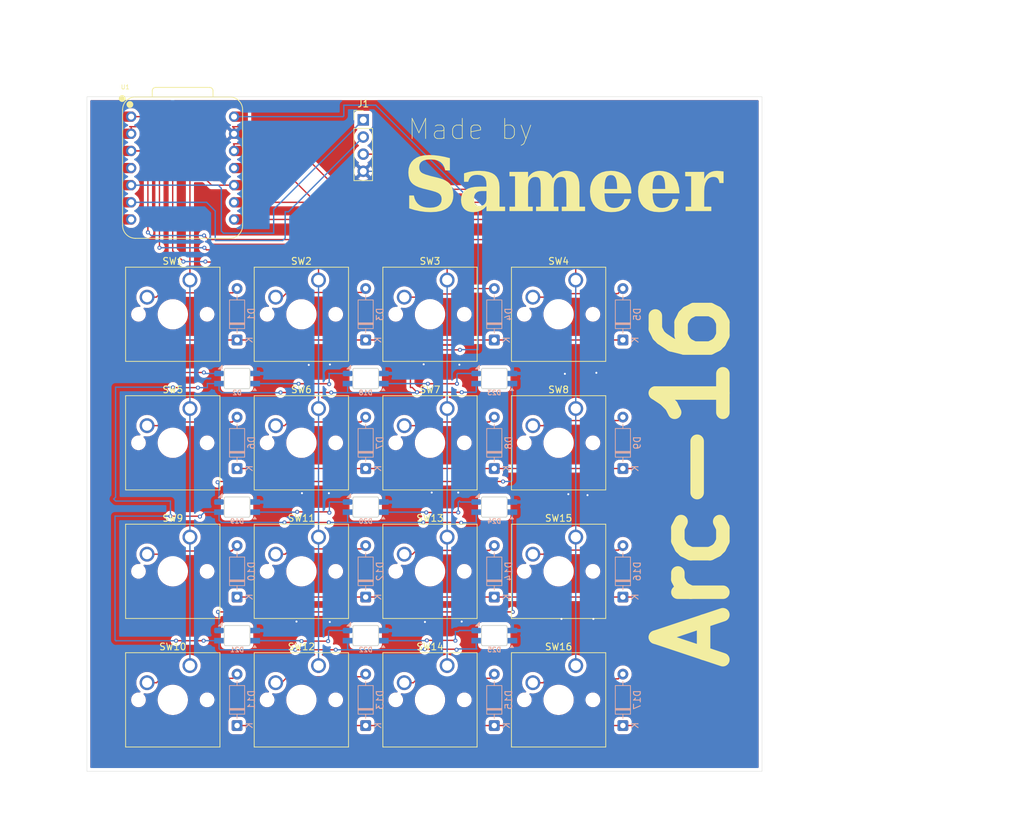
<source format=kicad_pcb>
(kicad_pcb (version 20241229) (generator "pcbnew") (generator_version "9.0")
  (layers (0 "F.Cu" signal) (2 "B.Cu" signal) (13 "F.Paste" user) (15 "B.Paste" user) (5 "F.SilkS" user "F.Silkscreen") (7 "B.SilkS" user "B.Silkscreen") (1 "F.Mask" user) (3 "B.Mask" user) (25 "Edge.Cuts" user))
  (net 0 "")
  (net 1 "R1")
  (net 2 "Net-(D1-A)")
  (net 3 "GND")
  (net 4 "+5V")
  (net 5 "LED")
  (net 6 "Net-(D3-A)")
  (net 7 "Net-(D4-A)")
  (net 8 "Net-(D5-A)")
  (net 9 "Net-(D6-A)")
  (net 10 "R2")
  (net 11 "Net-(D7-A)")
  (net 12 "Net-(D8-A)")
  (net 13 "Net-(D9-A)")
  (net 14 "Net-(D10-A)")
  (net 15 "R3")
  (net 16 "Net-(D11-A)")
  (net 17 "R4")
  (net 18 "Net-(D12-A)")
  (net 19 "Net-(D13-A)")
  (net 20 "Net-(D14-A)")
  (net 21 "Net-(D15-A)")
  (net 22 "Net-(D16-A)")
  (net 23 "Net-(D17-A)")
  (net 24 "VCC")
  (net 25 "SCL")
  (net 26 "SDA")
  (net 27 "C1")
  (net 28 "C2")
  (net 29 "C3")
  (net 30 "C4")
  (net 31 "Net-(D18-DIN)")
  (net 32 "Net-(D18-DOUT)")
  (net 33 "Net-(D19-DOUT)")
  (net 34 "Net-(D19-DIN)")
  (net 35 "Net-(D20-DOUT)")
  (net 36 "Net-(D21-DOUT)")
  (net 37 "Net-(D21-DIN)")
  (net 38 "Net-(D22-DOUT)")
  (footprint "Library:SW_Cherry_MX_1.00u_PCB_With_3d" (layer "F.Cu") (at 107.315 99.695)
    (property "Reference" "SW12")
    (property "Value" "SW_Push")
  )
  (footprint "Library:SW_Cherry_MX_1.00u_PCB_With_3d" (layer "F.Cu") (at 88.265 42.545)
    (property "Reference" "SW1")
    (property "Value" "SW_Push")
  )
  (footprint "Library:SW_Cherry_MX_1.00u_PCB_With_3d" (layer "F.Cu") (at 126.365 61.595)
    (property "Reference" "SW7")
    (property "Value" "SW_Push")
  )
  (footprint "Library:SW_Cherry_MX_1.00u_PCB_With_3d" (layer "F.Cu") (at 126.365 80.645)
    (property "Reference" "SW13")
    (property "Value" "SW_Push")
  )
  (footprint "Library:SW_Cherry_MX_1.00u_PCB_With_3d" (layer "F.Cu") (at 88.265 80.645)
    (property "Reference" "SW9")
    (property "Value" "SW_Push")
  )
  (footprint "Library:SW_Cherry_MX_1.00u_PCB_With_3d" (layer "F.Cu") (at 107.315 61.595)
    (property "Reference" "SW6")
    (property "Value" "SW_Push")
  )
  (footprint "Library:SW_Cherry_MX_1.00u_PCB_With_3d" (layer "F.Cu") (at 145.415 42.545)
    (property "Reference" "SW4")
    (property "Value" "SW_Push")
  )
  (footprint "Library:SW_Cherry_MX_1.00u_PCB_With_3d" (layer "F.Cu") (at 107.315 80.645)
    (property "Reference" "SW11")
    (property "Value" "SW_Push")
  )
  (footprint "Library:SW_Cherry_MX_1.00u_PCB_With_3d" (layer "F.Cu") (at 107.315 42.545)
    (property "Reference" "SW2")
    (property "Value" "SW_Push")
  )
  (footprint "Library:SW_Cherry_MX_1.00u_PCB_With_3d" (layer "F.Cu") (at 126.365 99.695)
    (property "Reference" "SW14")
    (property "Value" "SW_Push")
  )
  (footprint "Library:SW_Cherry_MX_1.00u_PCB_With_3d" (layer "F.Cu") (at 126.365 42.545)
    (property "Reference" "SW3")
    (property "Value" "SW_Push")
  )
  (footprint "Library:SW_Cherry_MX_1.00u_PCB_With_3d" (layer "F.Cu") (at 88.265 61.595)
    (property "Reference" "SW5")
    (property "Value" "SW_Push")
  )
  (footprint "Library:SW_Cherry_MX_1.00u_PCB_With_3d" (layer "F.Cu") (at 145.415 61.595)
    (property "Reference" "SW8")
    (property "Value" "SW_Push")
  )
  (footprint "xiao:XIAO-RP2040-DIP" (layer "F.Cu") (at 87.18 25.9485)
    (property "Reference" "U1")
    (property "Value" "XIAO-RP2040-DIP")
  )
  (footprint "Library:SW_Cherry_MX_1.00u_PCB_With_3d" (layer "F.Cu") (at 88.265 99.695)
    (property "Reference" "SW10")
    (property "Value" "SW_Push")
  )
  (footprint "Library:SW_Cherry_MX_1.00u_PCB_With_3d" (layer "F.Cu") (at 145.415 80.645)
    (property "Reference" "SW15")
    (property "Value" "SW_Push")
  )
  (footprint "Library:SW_Cherry_MX_1.00u_PCB_With_3d" (layer "F.Cu") (at 145.415 99.695)
    (property "Reference" "SW16")
    (property "Value" "SW_Push")
  )
  (footprint "oled_0.91:PinHeader_1x04_P2.54mm_Vertical" (layer "F.Cu") (at 113.94 18.81)
    (property "Reference" "J1")
    (property "Value" "Oled")
  )
  (footprint "Diode_THT:D_DO-35_SOD27_P7.62mm_Horizontal" (layer "B.Cu") (at 95.25 108.585 90)
    (property "Reference" "D11")
    (property "Value" "1N4148")
  )
  (footprint "Diode_THT:D_DO-35_SOD27_P7.62mm_Horizontal" (layer "B.Cu") (at 114.3 108.585 90)
    (property "Reference" "D13")
    (property "Value" "1N4148")
  )
  (footprint "SK6812 mini-e:SK6812-MINI-E" (layer "B.Cu") (at 114.3 76.2 180)
    (property "Reference" "D20")
    (property "Value" "SK6812MINI" (hide yes))
    (fp_line (start 1.9 1.3) (end 1.9 -1.3) (stroke (width 0.12)) (layer "Edge.Cuts"))
    (fp_line (start 1.7 -1.5) (end -1.7 -1.5) (stroke (width 0.12)) (layer "Edge.Cuts"))
    (fp_line (start -1.7 1.5) (end 1.7 1.5) (stroke (width 0.12)) (layer "Edge.Cuts"))
    (fp_line (start -1.9 -1.3) (end -1.9 1.3) (stroke (width 0.12)) (layer "Edge.Cuts"))
    (fp_arc (start 1.9 1.3) (mid 1.841421 1.441421) (end 1.7 1.5) (stroke (width 0.12)) (layer "Edge.Cuts"))
    (fp_arc (start 1.7 -1.5) (mid 1.841421 -1.441421) (end 1.9 -1.3) (stroke (width 0.12)) (layer "Edge.Cuts"))
    (fp_arc (start -1.7 1.5) (mid -1.841421 1.441421) (end -1.9 1.3) (stroke (width 0.12)) (layer "Edge.Cuts"))
    (fp_arc (start -1.9 -1.3) (mid -1.841421 -1.441421) (end -1.7 -1.5) (stroke (width 0.12)) (layer "Edge.Cuts"))
  )
  (footprint "SK6812 mini-e:SK6812-MINI-E" (layer "B.Cu") (at 133.35 57.15 180)
    (property "Reference" "D23")
    (property "Value" "SK6812MINI" (hide yes))
    (fp_line (start 1.9 1.3) (end 1.9 -1.3) (stroke (width 0.12)) (layer "Edge.Cuts"))
    (fp_line (start 1.7 -1.5) (end -1.7 -1.5) (stroke (width 0.12)) (layer "Edge.Cuts"))
    (fp_line (start -1.7 1.5) (end 1.7 1.5) (stroke (width 0.12)) (layer "Edge.Cuts"))
    (fp_line (start -1.9 -1.3) (end -1.9 1.3) (stroke (width 0.12)) (layer "Edge.Cuts"))
    (fp_arc (start 1.9 1.3) (mid 1.841421 1.441421) (end 1.7 1.5) (stroke (width 0.12)) (layer "Edge.Cuts"))
    (fp_arc (start 1.7 -1.5) (mid 1.841421 -1.441421) (end 1.9 -1.3) (stroke (width 0.12)) (layer "Edge.Cuts"))
    (fp_arc (start -1.7 1.5) (mid -1.841421 1.441421) (end -1.9 1.3) (stroke (width 0.12)) (layer "Edge.Cuts"))
    (fp_arc (start -1.9 -1.3) (mid -1.841421 -1.441421) (end -1.7 -1.5) (stroke (width 0.12)) (layer "Edge.Cuts"))
  )
  (footprint "SK6812 mini-e:SK6812-MINI-E" (layer "B.Cu") (at 133.35 95.25 180)
    (property "Reference" "D25")
    (property "Value" "SK6812MINI" (hide yes))
    (fp_line (start 1.9 1.3) (end 1.9 -1.3) (stroke (width 0.12)) (layer "Edge.Cuts"))
    (fp_line (start 1.7 -1.5) (end -1.7 -1.5) (stroke (width 0.12)) (layer "Edge.Cuts"))
    (fp_line (start -1.7 1.5) (end 1.7 1.5) (stroke (width 0.12)) (layer "Edge.Cuts"))
    (fp_line (start -1.9 -1.3) (end -1.9 1.3) (stroke (width 0.12)) (layer "Edge.Cuts"))
    (fp_arc (start 1.9 1.3) (mid 1.841421 1.441421) (end 1.7 1.5) (stroke (width 0.12)) (layer "Edge.Cuts"))
    (fp_arc (start 1.7 -1.5) (mid 1.841421 -1.441421) (end 1.9 -1.3) (stroke (width 0.12)) (layer "Edge.Cuts"))
    (fp_arc (start -1.7 1.5) (mid -1.841421 1.441421) (end -1.9 1.3) (stroke (width 0.12)) (layer "Edge.Cuts"))
    (fp_arc (start -1.9 -1.3) (mid -1.841421 -1.441421) (end -1.7 -1.5) (stroke (width 0.12)) (layer "Edge.Cuts"))
  )
  (footprint "Diode_THT:D_DO-35_SOD27_P7.62mm_Horizontal" (layer "B.Cu") (at 95.25 51.435 90)
    (property "Reference" "D1")
    (property "Value" "1N4148")
  )
  (footprint "Diode_THT:D_DO-35_SOD27_P7.62mm_Horizontal" (layer "B.Cu") (at 133.35 70.485 90)
    (property "Reference" "D8")
    (property "Value" "1N4148")
  )
  (footprint "SK6812 mini-e:SK6812-MINI-E" (layer "B.Cu") (at 95.25 76.2 180)
    (property "Reference" "D19")
    (property "Value" "SK6812MINI" (hide yes))
    (fp_line (start 1.9 1.3) (end 1.9 -1.3) (stroke (width 0.12)) (layer "Edge.Cuts"))
    (fp_line (start 1.7 -1.5) (end -1.7 -1.5) (stroke (width 0.12)) (layer "Edge.Cuts"))
    (fp_line (start -1.7 1.5) (end 1.7 1.5) (stroke (width 0.12)) (layer "Edge.Cuts"))
    (fp_line (start -1.9 -1.3) (end -1.9 1.3) (stroke (width 0.12)) (layer "Edge.Cuts"))
    (fp_arc (start 1.9 1.3) (mid 1.841421 1.441421) (end 1.7 1.5) (stroke (width 0.12)) (layer "Edge.Cuts"))
    (fp_arc (start 1.7 -1.5) (mid 1.841421 -1.441421) (end 1.9 -1.3) (stroke (width 0.12)) (layer "Edge.Cuts"))
    (fp_arc (start -1.7 1.5) (mid -1.841421 1.441421) (end -1.9 1.3) (stroke (width 0.12)) (layer "Edge.Cuts"))
    (fp_arc (start -1.9 -1.3) (mid -1.841421 -1.441421) (end -1.7 -1.5) (stroke (width 0.12)) (layer "Edge.Cuts"))
  )
  (footprint "Diode_THT:D_DO-35_SOD27_P7.62mm_Horizontal" (layer "B.Cu") (at 152.4 89.535 90)
    (property "Reference" "D16")
    (property "Value" "1N4148")
  )
  (footprint "Diode_THT:D_DO-35_SOD27_P7.62mm_Horizontal" (layer "B.Cu") (at 114.3 89.535 90)
    (property "Reference" "D12")
    (property "Value" "1N4148")
  )
  (footprint "Diode_THT:D_DO-35_SOD27_P7.62mm_Horizontal" (layer "B.Cu") (at 95.25 70.485 90)
    (property "Reference" "D6")
    (property "Value" "1N4148")
  )
  (footprint "Diode_THT:D_DO-35_SOD27_P7.62mm_Horizontal" (layer "B.Cu") (at 114.3 70.485 90)
    (property "Reference" "D7")
    (property "Value" "1N4148")
  )
  (footprint "SK6812 mini-e:SK6812-MINI-E" (layer "B.Cu") (at 95.25 57.15 180)
    (property "Reference" "D2")
    (property "Value" "SK6812MINI" (hide yes))
    (fp_line (start 1.9 1.3) (end 1.9 -1.3) (stroke (width 0.12)) (layer "Edge.Cuts"))
    (fp_line (start 1.7 -1.5) (end -1.7 -1.5) (stroke (width 0.12)) (layer "Edge.Cuts"))
    (fp_line (start -1.7 1.5) (end 1.7 1.5) (stroke (width 0.12)) (layer "Edge.Cuts"))
    (fp_line (start -1.9 -1.3) (end -1.9 1.3) (stroke (width 0.12)) (layer "Edge.Cuts"))
    (fp_arc (start 1.9 1.3) (mid 1.841421 1.441421) (end 1.7 1.5) (stroke (width 0.12)) (layer "Edge.Cuts"))
    (fp_arc (start 1.7 -1.5) (mid 1.841421 -1.441421) (end 1.9 -1.3) (stroke (width 0.12)) (layer "Edge.Cuts"))
    (fp_arc (start -1.7 1.5) (mid -1.841421 1.441421) (end -1.9 1.3) (stroke (width 0.12)) (layer "Edge.Cuts"))
    (fp_arc (start -1.9 -1.3) (mid -1.841421 -1.441421) (end -1.7 -1.5) (stroke (width 0.12)) (layer "Edge.Cuts"))
  )
  (footprint "SK6812 mini-e:SK6812-MINI-E" (layer "B.Cu") (at 114.3 57.15 180)
    (property "Reference" "D18")
    (property "Value" "SK6812MINI" (hide yes))
    (fp_line (start 1.9 1.3) (end 1.9 -1.3) (stroke (width 0.12)) (layer "Edge.Cuts"))
    (fp_line (start 1.7 -1.5) (end -1.7 -1.5) (stroke (width 0.12)) (layer "Edge.Cuts"))
    (fp_line (start -1.7 1.5) (end 1.7 1.5) (stroke (width 0.12)) (layer "Edge.Cuts"))
    (fp_line (start -1.9 -1.3) (end -1.9 1.3) (stroke (width 0.12)) (layer "Edge.Cuts"))
    (fp_arc (start 1.9 1.3) (mid 1.841421 1.441421) (end 1.7 1.5) (stroke (width 0.12)) (layer "Edge.Cuts"))
    (fp_arc (start 1.7 -1.5) (mid 1.841421 -1.441421) (end 1.9 -1.3) (stroke (width 0.12)) (layer "Edge.Cuts"))
    (fp_arc (start -1.7 1.5) (mid -1.841421 1.441421) (end -1.9 1.3) (stroke (width 0.12)) (layer "Edge.Cuts"))
    (fp_arc (start -1.9 -1.3) (mid -1.841421 -1.441421) (end -1.7 -1.5) (stroke (width 0.12)) (layer "Edge.Cuts"))
  )
  (footprint "Diode_THT:D_DO-35_SOD27_P7.62mm_Horizontal" (layer "B.Cu") (at 133.35 89.535 90)
    (property "Reference" "D14")
    (property "Value" "1N4148")
  )
  (footprint "SK6812 mini-e:SK6812-MINI-E" (layer "B.Cu") (at 95.25 95.25 180)
    (property "Reference" "D21")
    (property "Value" "SK6812MINI" (hide yes))
    (fp_line (start 1.9 1.3) (end 1.9 -1.3) (stroke (width 0.12)) (layer "Edge.Cuts"))
    (fp_line (start 1.7 -1.5) (end -1.7 -1.5) (stroke (width 0.12)) (layer "Edge.Cuts"))
    (fp_line (start -1.7 1.5) (end 1.7 1.5) (stroke (width 0.12)) (layer "Edge.Cuts"))
    (fp_line (start -1.9 -1.3) (end -1.9 1.3) (stroke (width 0.12)) (layer "Edge.Cuts"))
    (fp_arc (start 1.9 1.3) (mid 1.841421 1.441421) (end 1.7 1.5) (stroke (width 0.12)) (layer "Edge.Cuts"))
    (fp_arc (start 1.7 -1.5) (mid 1.841421 -1.441421) (end 1.9 -1.3) (stroke (width 0.12)) (layer "Edge.Cuts"))
    (fp_arc (start -1.7 1.5) (mid -1.841421 1.441421) (end -1.9 1.3) (stroke (width 0.12)) (layer "Edge.Cuts"))
    (fp_arc (start -1.9 -1.3) (mid -1.841421 -1.441421) (end -1.7 -1.5) (stroke (width 0.12)) (layer "Edge.Cuts"))
  )
  (footprint "Diode_THT:D_DO-35_SOD27_P7.62mm_Horizontal" (layer "B.Cu") (at 133.35 51.435 90)
    (property "Reference" "D4")
    (property "Value" "1N4148")
  )
  (footprint "Diode_THT:D_DO-35_SOD27_P7.62mm_Horizontal" (layer "B.Cu") (at 152.4 70.485 90)
    (property "Reference" "D9")
    (property "Value" "1N4148")
  )
  (footprint "Diode_THT:D_DO-35_SOD27_P7.62mm_Horizontal" (layer "B.Cu") (at 152.4 108.585 90)
    (property "Reference" "D17")
    (property "Value" "1N4148")
  )
  (footprint "Diode_THT:D_DO-35_SOD27_P7.62mm_Horizontal" (layer "B.Cu") (at 95.25 89.535 90)
    (property "Reference" "D10")
    (property "Value" "1N4148")
  )
  (footprint "Diode_THT:D_DO-35_SOD27_P7.62mm_Horizontal" (layer "B.Cu") (at 152.4 51.435 90)
    (property "Reference" "D5")
    (property "Value" "1N4148")
  )
  (footprint "Diode_THT:D_DO-35_SOD27_P7.62mm_Horizontal" (layer "B.Cu") (at 133.35 108.585 90)
    (property "Reference" "D15")
    (property "Value" "1N4148")
  )
  (footprint "Diode_THT:D_DO-35_SOD27_P7.62mm_Horizontal" (layer "B.Cu") (at 114.3 51.435 90)
    (property "Reference" "D3")
    (property "Value" "1N4148")
  )
  (footprint "SK6812 mini-e:SK6812-MINI-E" (layer "B.Cu") (at 114.3 95.25 180)
    (property "Reference" "D22")
    (property "Value" "SK6812MINI" (hide yes))
    (fp_line (start 1.9 1.3) (end 1.9 -1.3) (stroke (width 0.12)) (layer "Edge.Cuts"))
    (fp_line (start 1.7 -1.5) (end -1.7 -1.5) (stroke (width 0.12)) (layer "Edge.Cuts"))
    (fp_line (start -1.7 1.5) (end 1.7 1.5) (stroke (width 0.12)) (layer "Edge.Cuts"))
    (fp_line (start -1.9 -1.3) (end -1.9 1.3) (stroke (width 0.12)) (layer "Edge.Cuts"))
    (fp_arc (start 1.9 1.3) (mid 1.841421 1.441421) (end 1.7 1.5) (stroke (width 0.12)) (layer "Edge.Cuts"))
    (fp_arc (start 1.7 -1.5) (mid 1.841421 -1.441421) (end 1.9 -1.3) (stroke (width 0.12)) (layer "Edge.Cuts"))
    (fp_arc (start -1.7 1.5) (mid -1.841421 1.441421) (end -1.9 1.3) (stroke (width 0.12)) (layer "Edge.Cuts"))
    (fp_arc (start -1.9 -1.3) (mid -1.841421 -1.441421) (end -1.7 -1.5) (stroke (width 0.12)) (layer "Edge.Cuts"))
  )
  (footprint "SK6812 mini-e:SK6812-MINI-E" (layer "B.Cu") (at 133.35 76.2 180)
    (property "Reference" "D24")
    (property "Value" "SK6812MINI" (hide yes))
    (fp_line (start 1.9 1.3) (end 1.9 -1.3) (stroke (width 0.12)) (layer "Edge.Cuts"))
    (fp_line (start 1.7 -1.5) (end -1.7 -1.5) (stroke (width 0.12)) (layer "Edge.Cuts"))
    (fp_line (start -1.7 1.5) (end 1.7 1.5) (stroke (width 0.12)) (layer "Edge.Cuts"))
    (fp_line (start -1.9 -1.3) (end -1.9 1.3) (stroke (width 0.12)) (layer "Edge.Cuts"))
    (fp_arc (start 1.9 1.3) (mid 1.841421 1.441421) (end 1.7 1.5) (stroke (width 0.12)) (layer "Edge.Cuts"))
    (fp_arc (start 1.7 -1.5) (mid 1.841421 -1.441421) (end 1.9 -1.3) (stroke (width 0.12)) (layer "Edge.Cuts"))
    (fp_arc (start -1.7 1.5) (mid -1.841421 1.441421) (end -1.9 1.3) (stroke (width 0.12)) (layer "Edge.Cuts"))
    (fp_arc (start -1.9 -1.3) (mid -1.841421 -1.441421) (end -1.7 -1.5) (stroke (width 0.12)) (layer "Edge.Cuts"))
  )
  (gr_rect (start 73.01 15.38) (end 173.01 115.38) (stroke (width 0.05)) (fill no) (layer "Edge.Cuts"))
  (gr_text "Made by " (at 120.4 21.95 0) (layer "F.SilkS") (effects (font (size 3 3) (thickness 0.1)) (justify left bottom)))
  (gr_text "Sameer" (at 119.88 33.69 0) (layer "F.SilkS") (effects (font (size 8 8) (thickness 1.6) (bold yes) (italic yes)) (justify left bottom)))
  (gr_text "Arc-16" (at 168.54 101.09 90) (layer "F.SilkS") (effects (font (size 10 10) (thickness 2) (bold yes)) (justify left bottom)))
  (segment (start 95.25 51.435) (end 152.4 51.435) (width 0.2) (layer "F.Cu") (net 1))
  (segment (start 76.2715 33.5685) (end 79.56 33.5685) (width 0.2) (layer "F.Cu") (net 1))
  (segment (start 76.18 33.66) (end 76.2715 33.5685) (width 0.2) (layer "F.Cu") (net 1))
  (segment (start 76.18 50.6) (end 76.18 33.66) (width 0.2) (layer "F.Cu") (net 1))
  (segment (start 95.25 51.435) (end 77.015 51.435) (width 0.2) (layer "F.Cu") (net 1))
  (segment (start 77.015 51.435) (end 76.18 50.6) (width 0.2) (layer "F.Cu") (net 1))
  (segment (start 81.915 45.085) (end 83.285 45.085) (width 0.2) (layer "F.Cu") (net 2))
  (segment (start 94.625 44.44) (end 95.25 43.815) (width 0.2) (layer "F.Cu") (net 2))
  (segment (start 83.285 45.085) (end 83.93 44.44) (width 0.2) (layer "F.Cu") (net 2))
  (segment (start 83.93 44.44) (end 94.625 44.44) (width 0.2) (layer "F.Cu") (net 2))
  (segment (start 105.87 55.13) (end 108.94 55.13) (width 0.2) (layer "F.Cu") (net 3))
  (segment (start 144.46 74.43) (end 144.32 74.29) (width 0.2) (layer "F.Cu") (net 3))
  (segment (start 94.8 20.8685) (end 95.635 20.8685) (width 0.2) (layer "F.Cu") (net 3))
  (segment (start 124.08 74.05) (end 128.01 74.05) (width 0.2) (layer "F.Cu") (net 3))
  (segment (start 122.89 55.04) (end 128.12 55.04) (width 0.2) (layer "F.Cu") (net 3))
  (segment (start 143.81 56.45) (end 143.95 56.59) (width 0.2) (layer "F.Cu") (net 3))
  (segment (start 128.46 93.23) (end 128.52 93.17) (width 0.2) (layer "F.Cu") (net 3))
  (segment (start 107.33 19.82) (end 113.94 26.43) (width 0.2) (layer "F.Cu") (net 3))
  (segment (start 95.635 20.8685) (end 94.5865 19.82) (width 0.2) (layer "F.Cu") (net 3))
  (segment (start 108.94 55.13) (end 109 55.07) (width 0.2) (layer "F.Cu") (net 3))
  (segment (start 143.95 56.59) (end 148.18 56.59) (width 0.2) (layer "F.Cu") (net 3))
  (segment (start 104.05 93.17) (end 108.92 93.17) (width 0.2) (layer "F.Cu") (net 3))
  (segment (start 148.03 92.78) (end 143.3 92.78) (width 0.2) (layer "F.Cu") (net 3))
  (segment (start 128.12 55.04) (end 128.18 55.1) (width 0.2) (layer "F.Cu") (net 3))
  (segment (start 94.5865 19.82) (end 107.33 19.82) (width 0.2) (layer "F.Cu") (net 3))
  (segment (start 108.92 93.17) (end 108.98 93.23) (width 0.2) (layer "F.Cu") (net 3))
  (segment (start 147.16 74.43) (end 144.46 74.43) (width 0.2) (layer "F.Cu") (net 3))
  (segment (start 123.08 93.23) (end 128.46 93.23) (width 0.2) (layer "F.Cu") (net 3))
  (segment (start 148.18 56.59) (end 148.47 56.3) (width 0.2) (layer "F.Cu") (net 3))
  (segment (start 104.86 74.14) (end 108.85 74.14) (width 0.2) (layer "F.Cu") (net 3))
  (via (at 147.16 74.43) (size 0.6) (drill 0.3) (layers "F.Cu" "B.Cu") (net 3))
  (via (at 109 55.07) (size 0.6) (drill 0.3) (layers "F.Cu" "B.Cu") (net 3))
  (via (at 123.08 93.23) (size 0.6) (drill 0.3) (layers "F.Cu" "B.Cu") (net 3))
  (via (at 128.52 93.17) (size 0.6) (drill 0.3) (layers "F.Cu" "B.Cu") (net 3))
  (via (at 128.01 74.05) (size 0.6) (drill 0.3) (layers "F.Cu" "B.Cu") (net 3))
  (via (at 143.3 92.78) (size 0.6) (drill 0.3) (layers "F.Cu" "B.Cu") (net 3))
  (via (at 124.08 74.05) (size 0.6) (drill 0.3) (layers "F.Cu" "B.Cu") (net 3))
  (via (at 105.87 55.13) (size 0.6) (drill 0.3) (layers "F.Cu" "B.Cu") (net 3))
  (via (at 122.89 55.04) (size 0.6) (drill 0.3) (layers "F.Cu" "B.Cu") (net 3))
  (via (at 143.81 56.45) (size 0.6) (drill 0.3) (layers "F.Cu" "B.Cu") (net 3))
  (via (at 148.03 92.78) (size 0.6) (drill 0.3) (layers "F.Cu" "B.Cu") (net 3))
  (via (at 148.47 56.3) (size 0.6) (drill 0.3) (layers "F.Cu" "B.Cu") (net 3))
  (via (at 104.86 74.14) (size 0.6) (drill 0.3) (layers "F.Cu" "B.Cu") (net 3))
  (via (at 128.18 55.1) (size 0.6) (drill 0.3) (layers "F.Cu" "B.Cu") (net 3))
  (via (at 108.98 93.23) (size 0.6) (drill 0.3) (layers "F.Cu" "B.Cu") (net 3))
  (via (at 104.05 93.17) (size 0.6) (drill 0.3) (layers "F.Cu" "B.Cu") (net 3))
  (via (at 144.32 74.29) (size 0.6) (drill 0.3) (layers "F.Cu" "B.Cu") (net 3))
  (via (at 108.85 74.14) (size 0.6) (drill 0.3) (layers "F.Cu" "B.Cu") (net 3))
  (segment (start 108.98 93.23) (end 109.061 93.149) (width 0.2) (layer "B.Cu") (net 3))
  (segment (start 148.47 56.3) (end 149.63 57.46) (width 0.2) (layer "B.Cu") (net 3))
  (segment (start 116.97 93.45) (end 116.975 93.455) (width 0.2) (layer "B.Cu") (net 3))
  (segment (start 116.96 26.6) (end 117.13 26.43) (width 0.2) (layer "B.Cu") (net 3))
  (segment (start 116.975 74.475) (end 116.975 75.45) (width 0.2) (layer "B.Cu") (net 3))
  (segment (start 116.9 74.4) (end 116.975 74.475) (width 0.2) (layer "B.Cu") (net 3))
  (segment (start 97.82 74.09) (end 104.81 74.09) (width 0.2) (layer "B.Cu") (net 3))
  (segment (start 116.975 93.455) (end 116.975 94.5) (width 0.2) (layer "B.Cu") (net 3))
  (segment (start 128.18 55.1) (end 128.24 55.04) (width 0.2) (layer "B.Cu") (net 3))
  (segment (start 116.9 74.05) (end 116.9 74.4) (width 0.2) (layer "B.Cu") (net 3))
  (segment (start 97.925 94.5) (end 97.925 93.215) (width 0.2) (layer "B.Cu") (net 3))
  (segment (start 117.13 26.43) (end 113.94 26.43) (width 0.2) (layer "B.Cu") (net 3))
  (segment (start 97.925 75.45) (end 97.925 74.195) (width 0.2) (layer "B.Cu") (net 3))
  (segment (start 136.26 55.04) (end 136.35 55.13) (width 0.2) (layer "B.Cu") (net 3))
  (segment (start 136.025 93.475) (end 136.025 94.5) (width 0.2) (layer "B.Cu") (net 3))
  (segment (start 136.189 93.149) (end 136.27 93.23) (width 0.2) (layer "B.Cu") (net 3))
  (segment (start 136.29 74.27) (end 136.025 74.535) (width 0.2) (layer "B.Cu") (net 3))
  (segment (start 116.96 55.04) (end 117.12 55.04) (width 0.2) (layer "B.Cu") (net 3))
  (segment (start 117.12 55.04) (end 116.975 55.185) (width 0.2) (layer "B.Cu") (net 3))
  (segment (start 116.975 55.185) (end 116.975 56.4) (width 0.2) (layer "B.Cu") (net 3))
  (segment (start 143.16 75.45) (end 136.025 75.45) (width 0.2) (layer "B.Cu") (net 3))
  (segment (start 138.39 94.5) (end 136.025 94.5) (width 0.2) (layer "B.Cu") (net 3))
  (segment (start 109 55.07) (end 109.03 55.04) (width 0.2) (layer "B.Cu") (net 3))
  (segment (start 143.79 56.43) (end 143.81 56.45) (width 0.2) (layer "B.Cu") (net 3))
  (segment (start 149.63 57.46) (end 149.63 74.43) (width 0.2) (layer "B.Cu") (net 3))
  (segment (start 149.63 74.43) (end 147.16 74.43) (width 0.2) (layer "B.Cu") (net 3))
  (segment (start 144.32 74.29) (end 143.16 75.45) (width 0.2) (layer "B.Cu") (net 3))
  (segment (start 128.52 93.17) (end 128.541 93.149) (width 0.2) (layer "B.Cu") (net 3))
  (segment (start 97.925 55.145) (end 98.03 55.04) (width 0.2) (layer "B.Cu") (net 3))
  (segment (start 149.63 74.43) (end 149.63 92.56) (width 0.2) (layer "B.Cu") (net 3))
  (segment (start 128.01 74.05) (end 136.07 74.05) (width 0.2) (layer "B.Cu") (net 3))
  (segment (start 136.025 56.4) (end 138.2 56.4) (width 0.2) (layer "B.Cu") (net 3))
  (segment (start 138.2 56.4) (end 138.23 56.43) (width 0.2) (layer "B.Cu") (net 3))
  (segment (start 116.97 93.149) (end 122.999 93.149) (width 0.2) (layer "B.Cu") (net 3))
  (segment (start 116.9 74.05) (end 124.08 74.05) (width 0.2) (layer "B.Cu") (net 3))
  (segment (start 108.94 74.05) (end 116.9 74.05) (width 0.2) (layer "B.Cu") (net 3))
  (segment (start 136.27 93.23) (end 136.025 93.475) (width 0.2) (layer "B.Cu") (net 3))
  (segment (start 136.025 55.455) (end 136.025 56.4) (width 0.2) (layer "B.Cu") (net 3))
  (segment (start 97.925 74.195) (end 97.82 74.09) (width 0.2) (layer "B.Cu") (net 3))
  (segment (start 97.925 93.215) (end 97.97 93.17) (width 0.2) (layer "B.Cu") (net 3))
  (segment (start 105.78 55.04) (end 105.87 55.13) (width 0.2) (layer "B.Cu") (net 3))
  (segment (start 97.97 93.17) (end 104.05 93.17) (width 0.2) (layer "B.Cu") (net 3))
  (segment (start 138.49 94.6) (end 138.39 94.5) (width 0.2) (layer "B.Cu") (net 3))
  (segment (start 98.03 55.04) (end 105.78 55.04) (width 0.2) (layer "B.Cu") (net 3))
  (segment (start 122.999 93.149) (end 123.08 93.23) (width 0.2) (layer "B.Cu") (net 3))
  (segment (start 143.3 92.78) (end 140.31 92.78) (width 0.2) (layer "B.Cu") (net 3))
  (segment (start 104.81 74.09) (end 104.86 74.14) (width 0.2) (layer "B.Cu") (net 3))
  (segment (start 128.541 93.149) (end 136.189 93.149) (width 0.2) (layer "B.Cu") (net 3))
  (segment (start 116.97 93.149) (end 116.97 93.45) (width 0.2) (layer "B.Cu") (net 3))
  (segment (start 140.31 92.78) (end 138.49 94.6) (width 0.2) (layer "B.Cu") (net 3))
  (segment (start 136.025 74.535) (end 136.025 75.45) (width 0.2) (layer "B.Cu") (net 3))
  (segment (start 116.96 55.04) (end 116.96 26.6) (width 0.2) (layer "B.Cu") (net 3))
  (segment (start 109.03 55.04) (end 116.96 55.04) (width 0.2) (layer "B.Cu") (net 3))
  (segment (start 149.41 92.78) (end 148.03 92.78) (width 0.2) (layer "B.Cu") (net 3))
  (segment (start 136.35 55.13) (end 136.025 55.455) (width 0.2) (layer "B.Cu") (net 3))
  (segment (start 109.061 93.149) (end 116.97 93.149) (width 0.2) (layer "B.Cu") (net 3))
  (segment (start 136.07 74.05) (end 136.29 74.27) (width 0.2) (layer "B.Cu") (net 3))
  (segment (start 117.12 55.04) (end 122.89 55.04) (width 0.2) (layer "B.Cu") (net 3))
  (segment (start 149.63 92.56) (end 149.41 92.78) (width 0.2) (layer "B.Cu") (net 3))
  (segment (start 97.925 56.4) (end 97.925 55.145) (width 0.2) (layer "B.Cu") (net 3))
  (segment (start 108.85 74.14) (end 108.94 74.05) (width 0.2) (layer "B.Cu") (net 3))
  (segment (start 128.24 55.04) (end 136.26 55.04) (width 0.2) (layer "B.Cu") (net 3))
  (segment (start 138.23 56.43) (end 143.79 56.43) (width 0.2) (layer "B.Cu") (net 3))
  (segment (start 85.38 77.55) (end 89.69 77.55) (width 0.2) (layer "F.Cu") (net 4))
  (segment (start 128.41 78.48) (end 128.45 78.52) (width 0.2) (layer "F.Cu") (net 4))
  (segment (start 120.93 58.47) (end 121.19 58.47) (width 0.2) (layer "F.Cu") (net 4))
  (segment (start 102.27 78.48) (end 108.84 78.48) (width 0.2) (layer "F.Cu") (net 4))
  (segment (start 123.04 97.27) (end 127.68 97.27) (width 0.2) (layer "F.Cu") (net 4))
  (segment (start 120.93 53.85) (end 120.93 58.47) (width 0.2) (layer "F.Cu") (net 4))
  (segment (start 90.29 96.01) (end 86.21 96.01) (width 0.2) (layer "F.Cu") (net 4))
  (segment (start 127.68 97.27) (end 127.76 97.35) (width 0.2) (layer "F.Cu") (net 4))
  (segment (start 85.79 58.5) (end 89.45 58.5) (width 0.2) (layer "F.Cu") (net 4))
  (segment (start 89.69 77.55) (end 89.75 77.61) (width 0.2) (layer "F.Cu") (net 4))
  (segment (start 101.69 59.22) (end 109.2 59.22) (width 0.2) (layer "F.Cu") (net 4))
  (segment (start 121.9 59.18) (end 128.53 59.18) (width 0.2) (layer "F.Cu") (net 4))
  (segment (start 121.88 52.9) (end 120.93 53.85) (width 0.2) (layer "F.Cu") (net 4))
  (segment (start 122.84 78.48) (end 128.41 78.48) (width 0.2) (layer "F.Cu") (net 4))
  (segment (start 85.75 58.46) (end 85.79 58.5) (width 0.2) (layer "F.Cu") (net 4))
  (segment (start 103.87 97.35) (end 109.86 97.35) (width 0.2) (layer "F.Cu") (net 4))
  (segment (start 128.27 52.9) (end 121.88 52.9) (width 0.2) (layer "F.Cu") (net 4))
  (segment (start 121.19 58.47) (end 121.9 59.18) (width 0.2) (layer "F.Cu") (net 4))
  (via (at 85.75 58.46) (size 0.6) (drill 0.3) (layers "F.Cu" "B.Cu") (net 4))
  (via (at 89.75 77.61) (size 0.6) (drill 0.3) (layers "F.Cu" "B.Cu") (net 4))
  (via (at 127.76 97.35) (size 0.6) (drill 0.3) (layers "F.Cu" "B.Cu") (net 4))
  (via (at 123.04 97.27) (size 0.6) (drill 0.3) (layers "F.Cu" "B.Cu") (net 4))
  (via (at 108.84 78.48) (size 0.6) (drill 0.3) (layers "F.Cu" "B.Cu") (net 4))
  (via (at 121.9 59.18) (size 0.6) (drill 0.3) (layers "F.Cu" "B.Cu") (net 4))
  (via (at 102.27 78.48) (size 0.6) (drill 0.3) (layers "F.Cu" "B.Cu") (net 4))
  (via (at 109.2 59.22) (size 0.6) (drill 0.3) (layers "F.Cu" "B.Cu") (net 4))
  (via (at 109.86 97.35) (size 0.6) (drill 0.3) (layers "F.Cu" "B.Cu") (net 4))
  (via (at 122.84 78.48) (size 0.6) (drill 0.3) (layers "F.Cu" "B.Cu") (net 4))
  (via (at 128.53 59.18) (size 0.6) (drill 0.3) (layers "F.Cu" "B.Cu") (net 4))
  (via (at 128.45 78.52) (size 0.6) (drill 0.3) (layers "F.Cu" "B.Cu") (net 4))
  (via (at 90.29 96.01) (size 0.6) (drill 0.3) (layers "F.Cu" "B.Cu") (net 4))
  (via (at 86.21 96.01) (size 0.6) (drill 0.3) (layers "F.Cu" "B.Cu") (net 4))
  (via (at 101.69 59.22) (size 0.6) (drill 0.3) (layers "F.Cu" "B.Cu") (net 4))
  (via (at 103.87 97.35) (size 0.6) (drill 0.3) (layers "F.Cu" "B.Cu") (net 4))
  (via (at 128.27 52.9) (size 0.6) (drill 0.3) (layers "F.Cu" "B.Cu") (net 4))
  (via (at 85.38 77.55) (size 0.6) (drill 0.3) (layers "F.Cu" "B.Cu") (net 4))
  (via (at 89.45 58.5) (size 0.6) (drill 0.3) (layers "F.Cu" "B.Cu") (net 4))
  (segment (start 92.575 96) (end 90.3 96) (width 0.2) (layer "B.Cu") (net 4))
  (segment (start 90.85 57.87) (end 90.88 57.9) (width 0.2) (layer "B.Cu") (net 4))
  (segment (start 92.78 78.34) (end 92.92 78.48) (width 0.2) (layer "B.Cu") (net 4))
  (segment (start 77.3 96.03) (end 77.17 95.9) (width 0.2) (layer "B.Cu") (net 4))
  (segment (start 130.675 78.475) (end 130.675 76.95) (width 0.2) (layer "B.Cu") (net 4))
  (segment (start 121.83 59.25) (end 121.9 59.18) (width 0.2) (layer "B.Cu") (net 4))
  (segment (start 92.75 97.35) (end 103.87 97.35) (width 0.2) (layer "B.Cu") (net 4))
  (segment (start 77.25 74.73) (end 77.25 58.43) (width 0.2) (layer "B.Cu") (net 4))
  (segment (start 130.95 47.89) (end 130.95 52.86) (width 0.2) (layer "B.Cu") (net 4))
  (segment (start 101.659 59.251) (end 101.69 59.22) (width 0.2) (layer "B.Cu") (net 4))
  (segment (start 86.21 96.01) (end 77.32 96.01) (width 0.2) (layer "B.Cu") (net 4))
  (segment (start 92.92 78.48) (end 102.27 78.48) (width 0.2) (layer "B.Cu") (net 4))
  (segment (start 92.575 78.135) (end 92.78 78.34) (width 0.2) (layer "B.Cu") (net 4))
  (segment (start 94.8 18.3285) (end 110.9415 18.3285) (width 0.2) (layer "B.Cu") (net 4))
  (segment (start 130.61 59.18) (end 130.675 59.115) (width 0.2) (layer "B.Cu") (net 4))
  (segment (start 85.38 77.55) (end 85.38 75.31) (width 0.2) (layer "B.Cu") (net 4))
  (segment (start 77.27 75.31) (end 76.97 75.01) (width 0.2) (layer "B.Cu") (net 4))
  (segment (start 111.54 59.25) (end 121.83 59.25) (width 0.2) (layer "B.Cu") (net 4))
  (segment (start 115.97 16.81) (end 130.95 31.79) (width 0.2) (layer "B.Cu") (net 4))
  (segment (start 89.75 77.61) (end 90.41 76.95) (width 0.2) (layer "B.Cu") (net 4))
  (segment (start 85.38 75.31) (end 77.27 75.31) (width 0.2) (layer "B.Cu") (net 4))
  (segment (start 111.625 96) (end 111.625 97.185) (width 0.2) (layer "B.Cu") (net 4))
  (segment (start 109.2 59.22) (end 109.23 59.25) (width 0.2) (layer "B.Cu") (net 4))
  (segment (start 85.37 77.54) (end 85.38 77.55) (width 0.2) (layer "B.Cu") (net 4))
  (segment (start 111.64 78.48) (end 122.84 78.48) (width 0.2) (layer "B.Cu") (net 4))
  (segment (start 111.64 78.34) (end 111.64 78.48) (width 0.2) (layer "B.Cu") (net 4))
  (segment (start 108.84 78.48) (end 111.64 78.48) (width 0.2) (layer "B.Cu") (net 4))
  (segment (start 92.575 96) (end 92.575 97.175) (width 0.2) (layer "B.Cu") (net 4))
  (segment (start 89.45 58.5) (end 90.81 58.5) (width 0.2) (layer "B.Cu") (net 4))
  (segment (start 90.41 76.95) (end 92.575 76.95) (width 0.2) (layer "B.Cu") (net 4))
  (segment (start 92.575 97.175) (end 92.75 97.35) (width 0.2) (layer "B.Cu") (net 4))
  (segment (start 127.76 97.35) (end 127.883287 97.226713) (width 0.2) (layer "B.Cu") (net 4))
  (segment (start 111.625 59.165) (end 111.54 59.25) (width 0.2) (layer "B.Cu") (net 4))
  (segment (start 111.79 97.35) (end 122.96 97.35) (width 0.2) (layer "B.Cu") (net 4))
  (segment (start 90.85 58.46) (end 90.85 57.87) (width 0.2) (layer "B.Cu") (net 4))
  (segment (start 110.9415 18.3285) (end 111.06 18.21) (width 0.2) (layer "B.Cu") (net 4))
  (segment (start 128.53 59.18) (end 130.61 59.18) (width 0.2) (layer "B.Cu") (net 4))
  (segment (start 76.97 75.01) (end 77.25 74.73) (width 0.2) (layer "B.Cu") (net 4))
  (segment (start 92.94 59.22) (end 92.971 59.251) (width 0.2) (layer "B.Cu") (net 4))
  (segment (start 127.883287 97.226713) (end 130.786713 97.226713) (width 0.2) (layer "B.Cu") (net 4))
  (segment (start 122.96 97.35) (end 123.04 97.27) (width 0.2) (layer "B.Cu") (net 4))
  (segment (start 77.32 96.01) (end 77.3 96.03) (width 0.2) (layer "B.Cu") (net 4))
  (segment (start 92.971 59.251) (end 101.659 59.251) (width 0.2) (layer "B.Cu") (net 4))
  (segment (start 130.786713 97.226713) (end 130.675 97.115) (width 0.2) (layer "B.Cu") (net 4))
  (segment (start 128.45 78.52) (end 130.72 78.52) (width 0.2) (layer "B.Cu") (net 4))
  (segment (start 115.79 16.63) (end 115.97 16.81) (width 0.2) (layer "B.Cu") (net 4))
  (segment (start 111.625 97.185) (end 111.79 97.35) (width 0.2) (layer "B.Cu") (net 4))
  (segment (start 130.95 31.79) (end 130.95 47.89) (width 0.2) (layer "B.Cu") (net 4))
  (segment (start 92.575 76.95) (end 92.575 78.135) (width 0.2) (layer "B.Cu") (net 4))
  (segment (start 109.86 97.35) (end 111.79 97.35) (width 0.2) (layer "B.Cu") (net 4))
  (segment (start 77.25 58.43) (end 85.72 58.43) (width 0.2) (layer "B.Cu") (net 4))
  (segment (start 90.88 57.9) (end 92.575 57.9) (width 0.2) (layer "B.Cu") (net 4))
  (segment (start 130.95 52.86) (end 128.31 52.86) (width 0.2) (layer "B.Cu") (net 4))
  (segment (start 111.625 78.325) (end 111.64 78.34) (width 0.2) (layer "B.Cu") (net 4))
  (segment (start 111.06 18.21) (end 111.06 16.63) (width 0.2) (layer "B.Cu") (net 4))
  (segment (start 128.31 52.86) (end 128.27 52.9) (width 0.2) (layer "B.Cu") (net 4))
  (segment (start 111.625 57.9) (end 111.625 59.165) (width 0.2) (layer "B.Cu") (net 4))
  (segment (start 111.06 16.63) (end 115.79 16.63) (width 0.2) (layer "B.Cu") (net 4))
  (segment (start 85.72 58.43) (end 85.75 58.46) (width 0.2) (layer "B.Cu") (net 4))
  (segment (start 77.17 95.9) (end 77.17 77.54) (width 0.2) (layer "B.Cu") (net 4))
  (segment (start 77.17 77.54) (end 85.37 77.54) (width 0.2) (layer "B.Cu") (net 4))
  (segment (start 90.81 58.5) (end 90.85 58.46) (width 0.2) (layer "B.Cu") (net 4))
  (segment (start 130.675 97.115) (end 130.675 96) (width 0.2) (layer "B.Cu") (net 4))
  (segment (start 109.23 59.25) (end 111.54 59.25) (width 0.2) (layer "B.Cu") (net 4))
  (segment (start 130.675 59.115) (end 130.675 57.9) (width 0.2) (layer "B.Cu") (net 4))
  (segment (start 130.72 78.52) (end 130.675 78.475) (width 0.2) (layer "B.Cu") (net 4))
  (segment (start 90.3 96) (end 90.29 96.01) (width 0.2) (layer "B.Cu") (net 4))
  (segment (start 92.575 57.9) (end 92.575 58.855) (width 0.2) (layer "B.Cu") (net 4))
  (segment (start 111.625 76.95) (end 111.625 78.325) (width 0.2) (layer "B.Cu") (net 4))
  (segment (start 92.575 58.855) (end 92.94 59.22) (width 0.2) (layer "B.Cu") (net 4))
  (segment (start 75.09 25.83) (end 75.2085 25.9485) (width 0.2) (layer "F.Cu") (net 5))
  (segment (start 90.33 56.25) (end 74.6 56.25) (width 0.2) (layer "F.Cu") (net 5))
  (segment (start 74.6 26.32) (end 75.09 25.83) (width 0.2) (layer "F.Cu") (net 5))
  (segment (start 74.6 56.25) (end 74.6 26.32) (width 0.2) (layer "F.Cu") (net 5))
  (segment (start 75.2085 25.9485) (end 79.56 25.9485) (width 0.2) (layer "F.Cu") (net 5))
  (via (at 90.33 56.25) (size 0.6) (drill 0.3) (layers "F.Cu" "B.Cu") (net 5))
  (segment (start 90.48 56.4) (end 90.33 56.25) (width 0.2) (layer "B.Cu") (net 5))
  (segment (start 92.575 56.4) (end 90.48 56.4) (width 0.2) (layer "B.Cu") (net 5))
  (segment (start 100.965 45.085) (end 101.965 45.085) (width 0.2) (layer "F.Cu") (net 6))
  (segment (start 101.965 45.085) (end 102.66 44.39) (width 0.2) (layer "F.Cu") (net 6))
  (segment (start 102.66 44.39) (end 113.725 44.39) (width 0.2) (layer "F.Cu") (net 6))
  (segment (start 113.725 44.39) (end 114.3 43.815) (width 0.2) (layer "F.Cu") (net 6))
  (segment (start 120.015 45.085) (end 121.795 45.085) (width 0.2) (layer "F.Cu") (net 7))
  (segment (start 121.795 45.085) (end 122.27 44.61) (width 0.2) (layer "F.Cu") (net 7))
  (segment (start 122.27 44.61) (end 128.71 44.61) (width 0.2) (layer "F.Cu") (net 7))
  (segment (start 128.71 44.61) (end 129.505 43.815) (width 0.2) (layer "F.Cu") (net 7))
  (segment (start 129.505 43.815) (end 133.35 43.815) (width 0.2) (layer "F.Cu") (net 7))
  (segment (start 151.645 44.57) (end 152.4 43.815) (width 0.2) (layer "F.Cu") (net 8))
  (segment (start 141.145 45.085) (end 141.66 44.57) (width 0.2) (layer "F.Cu") (net 8))
  (segment (start 139.065 45.085) (end 141.145 45.085) (width 0.2) (layer "F.Cu") (net 8))
  (segment (start 141.66 44.57) (end 151.645 44.57) (width 0.2) (layer "F.Cu") (net 8))
  (segment (start 83.525 64.135) (end 84.07 63.59) (width 0.2) (layer "F.Cu") (net 9))
  (segment (start 81.915 64.135) (end 83.525 64.135) (width 0.2) (layer "F.Cu") (net 9))
  (segment (start 94.525 63.59) (end 95.25 62.865) (width 0.2) (layer "F.Cu") (net 9))
  (segment (start 84.07 63.59) (end 94.525 63.59) (width 0.2) (layer "F.Cu") (net 9))
  (segment (start 156.0685 33.5685) (end 94.8 33.5685) (width 0.2) (layer "F.Cu") (net 10))
  (segment (start 152.4 70.485) (end 156.025 70.485) (width 0.2) (layer "F.Cu") (net 10))
  (segment (start 156.07 69.92) (end 156.07 33.57) (width 0.2) (layer "F.Cu") (net 10))
  (segment (start 156.07 33.57) (end 156.0685 33.5685) (width 0.2) (layer "F.Cu") (net 10))
  (segment (start 156.025 70.485) (end 156.33 70.18) (width 0.2) (layer "F.Cu") (net 10))
  (segment (start 95.25 70.485) (end 152.4 70.485) (width 0.2) (layer "F.Cu") (net 10))
  (segment (start 156.33 70.18) (end 156.07 69.92) (width 0.2) (layer "F.Cu") (net 10))
  (segment (start 102.83 63.59) (end 113.575 63.59) (width 0.2) (layer "F.Cu") (net 11))
  (segment (start 102.285 64.135) (end 102.83 63.59) (width 0.2) (layer "F.Cu") (net 11))
  (segment (start 113.575 63.59) (end 114.3 62.865) (width 0.2) (layer "F.Cu") (net 11))
  (segment (start 100.965 64.135) (end 102.285 64.135) (width 0.2) (layer "F.Cu") (net 11))
  (segment (start 121.645 64.135) (end 122.19 63.59) (width 0.2) (layer "F.Cu") (net 12))
  (segment (start 120.015 64.135) (end 121.645 64.135) (width 0.2) (layer "F.Cu") (net 12))
  (segment (start 132.625 63.59) (end 133.35 62.865) (width 0.2) (layer "F.Cu") (net 12))
  (segment (start 122.19 63.59) (end 132.625 63.59) (width 0.2) (layer "F.Cu") (net 12))
  (segment (start 139.065 64.135) (end 140.605 64.135) (width 0.2) (layer "F.Cu") (net 13))
  (segment (start 141.36 63.38) (end 151.885 63.38) (width 0.2) (layer "F.Cu") (net 13))
  (segment (start 151.885 63.38) (end 152.4 62.865) (width 0.2) (layer "F.Cu") (net 13))
  (segment (start 140.605 64.135) (end 141.36 63.38) (width 0.2) (layer "F.Cu") (net 13))
  (segment (start 83.735 83.185) (end 84.21 82.71) (width 0.2) (layer "F.Cu") (net 14))
  (segment (start 81.915 83.185) (end 83.735 83.185) (width 0.2) (layer "F.Cu") (net 14))
  (segment (start 94.455 82.71) (end 95.25 81.915) (width 0.2) (layer "F.Cu") (net 14))
  (segment (start 84.21 82.71) (end 94.455 82.71) (width 0.2) (layer "F.Cu") (net 14))
  (segment (start 158.2615 31.0285) (end 94.8 31.0285) (width 0.2) (layer "F.Cu") (net 15))
  (segment (start 158.44 30.85) (end 158.2615 31.0285) (width 0.2) (layer "F.Cu") (net 15))
  (segment (start 157.82 89.58) (end 158.44 88.96) (width 0.2) (layer "F.Cu") (net 15))
  (segment (start 158.44 88.96) (end 158.44 30.85) (width 0.2) (layer "F.Cu") (net 15))
  (segment (start 157.775 89.535) (end 157.82 89.58) (width 0.2) (layer "F.Cu") (net 15))
  (segment (start 95.25 89.535) (end 152.4 89.535) (width 0.2) (layer "F.Cu") (net 15))
  (segment (start 152.4 89.535) (end 157.775 89.535) (width 0.2) (layer "F.Cu") (net 15))
  (segment (start 83.315 102.235) (end 83.97 101.58) (width 0.2) (layer "F.Cu") (net 16))
  (segment (start 94.635 101.58) (end 95.25 100.965) (width 0.2) (layer "F.Cu") (net 16))
  (segment (start 81.915 102.235) (end 83.315 102.235) (width 0.2) (layer "F.Cu") (net 16))
  (segment (start 83.97 101.58) (end 94.635 101.58) (width 0.2) (layer "F.Cu") (net 16))
  (segment (start 106.32 30.42) (end 101.8485 25.9485) (width 0.2) (layer "F.Cu") (net 17))
  (segment (start 118.18 30.42) (end 106.32 30.42) (width 0.2) (layer "F.Cu") (net 17))
  (segment (start 101.8485 25.9485) (end 94.8 25.9485) (width 0.2) (layer "F.Cu") (net 17))
  (segment (start 160.77 29.1) (end 119.5 29.1) (width 0.2) (layer "F.Cu") (net 17))
  (segment (start 160.77 107.21) (end 160.77 29.1) (width 0.2) (layer "F.Cu") (net 17))
  (segment (start 119.5 29.1) (end 118.18 30.42) (width 0.2) (layer "F.Cu") (net 17))
  (segment (start 152.4 108.585) (end 159.395 108.585) (width 0.2) (layer "F.Cu") (net 17))
  (segment (start 95.25 108.585) (end 152.4 108.585) (width 0.2) (layer "F.Cu") (net 17))
  (segment (start 159.395 108.585) (end 160.77 107.21) (width 0.2) (layer "F.Cu") (net 17))
  (segment (start 113.815 82.4) (end 114.3 81.915) (width 0.2) (layer "F.Cu") (net 18))
  (segment (start 102.375 83.185) (end 103.16 82.4) (width 0.2) (layer "F.Cu") (net 18))
  (segment (start 103.16 82.4) (end 113.815 82.4) (width 0.2) (layer "F.Cu") (net 18))
  (segment (start 100.965 83.185) (end 102.375 83.185) (width 0.2) (layer "F.Cu") (net 18))
  (segment (start 100.965 102.235) (end 101.845 102.235) (width 0.2) (layer "F.Cu") (net 19))
  (segment (start 102.73 101.35) (end 113.915 101.35) (width 0.2) (layer "F.Cu") (net 19))
  (segment (start 101.845 102.235) (end 102.73 101.35) (width 0.2) (layer "F.Cu") (net 19))
  (segment (start 113.915 101.35) (end 114.3 100.965) (width 0.2) (layer "F.Cu") (net 19))
  (segment (start 121.8 82.62) (end 132.645 82.62) (width 0.2) (layer "F.Cu") (net 20))
  (segment (start 132.645 82.62) (end 133.35 81.915) (width 0.2) (layer "F.Cu") (net 20))
  (segment (start 120.015 83.185) (end 121.235 83.185) (width 0.2) (layer "F.Cu") (net 20))
  (segment (start 121.235 83.185) (end 121.8 82.62) (width 0.2) (layer "F.Cu") (net 20))
  (segment (start 120.015 102.235) (end 121.355 102.235) (width 0.2) (layer "F.Cu") (net 21))
  (segment (start 132.735 101.58) (end 133.35 100.965) (width 0.2) (layer "F.Cu") (net 21))
  (segment (start 122.01 101.58) (end 132.735 101.58) (width 0.2) (layer "F.Cu") (net 21))
  (segment (start 121.355 102.235) (end 122.01 101.58) (width 0.2) (layer "F.Cu") (net 21))
  (segment (start 139.065 83.185) (end 140.625 83.185) (width 0.2) (layer "F.Cu") (net 22))
  (segment (start 141.23 82.58) (end 151.735 82.58) (width 0.2) (layer "F.Cu") (net 22))
  (segment (start 140.625 83.185) (end 141.23 82.58) (width 0.2) (layer "F.Cu") (net 22))
  (segment (start 151.735 82.58) (end 152.4 81.915) (width 0.2) (layer "F.Cu") (net 22))
  (segment (start 151.705 101.66) (end 152.4 100.965) (width 0.2) (layer "F.Cu") (net 23))
  (segment (start 139.065 102.235) (end 140.575 102.235) (width 0.2) (layer "F.Cu") (net 23))
  (segment (start 141.15 101.66) (end 151.705 101.66) (width 0.2) (layer "F.Cu") (net 23))
  (segment (start 140.575 102.235) (end 141.15 101.66) (width 0.2) (layer "F.Cu") (net 23))
  (segment (start 116.93 29.55) (end 110.63 29.55) (width 0.2) (layer "F.Cu") (net 24))
  (segment (start 94.8 23.4085) (end 94.8 22.45) (width 0.2) (layer "F.Cu") (net 24))
  (segment (start 116.44 23.89) (end 116.51 23.82) (width 0.2) (layer "F.Cu") (net 24))
  (segment (start 116.51 23.82) (end 116.93 24.24) (width 0.2) (layer "F.Cu") (net 24))
  (segment (start 116.93 24.24) (end 116.93 29.55) (width 0.2) (layer "F.Cu") (net 24))
  (segment (start 103.44 22.36) (end 94.71 22.36) (width 0.2) (layer "F.Cu") (net 24))
  (segment (start 113.94 23.89) (end 116.44 23.89) (width 0.2) (layer "F.Cu") (net 24))
  (segment (start 110.63 29.55) (end 103.44 22.36) (width 0.2) (layer "F.Cu") (net 24))
  (segment (start 90.7285 31.0285) (end 79.56 31.0285) (width 0.2) (layer "B.Cu") (net 25))
  (segment (start 92.07 36.69) (end 92.01 36.63) (width 0.2) (layer "B.Cu") (net 25))
  (segment (start 92.01 32.31) (end 90.7285 31.0285) (width 0.2) (layer "B.Cu") (net 25))
  (segment (start 102.01 36.69) (end 92.07 36.69) (width 0.2) (layer "B.Cu") (net 25))
  (segment (start 102.86 32.43) (end 102.37 32.43) (width 0.2) (layer "B.Cu") (net 25))
  (segment (start 102.37 32.43) (end 102.37 36.33) (width 0.2) (layer "B.Cu") (net 25))
  (segment (start 92.01 36.63) (end 92.01 32.31) (width 0.2) (layer "B.Cu") (net 25))
  (segment (start 102.37 36.33) (end 102.01 36.69) (width 0.2) (layer "B.Cu") (net 25))
  (segment (start 113.94 21.35) (end 102.86 32.43) (width 0.2) (layer "B.Cu") (net 25))
  (segment (start 93.23 35.6) (end 92.92 35.29) (width 0.2) (layer "B.Cu") (net 26))
  (segment (start 92.92 35.29) (end 92.92 28.95) (width 0.2) (layer "B.Cu") (net 26))
  (segment (start 113.94 18.81) (end 100.67 32.08) (width 0.2) (layer "B.Cu") (net 26))
  (segment (start 100.67 35.6) (end 93.23 35.6) (width 0.2) (layer "B.Cu") (net 26))
  (segment (start 92.4585 28.4885) (end 79.56 28.4885) (width 0.2) (layer "B.Cu") (net 26))
  (segment (start 92.92 28.95) (end 92.4585 28.4885) (width 0.2) (layer "B.Cu") (net 26))
  (segment (start 100.67 32.08) (end 100.67 35.6) (width 0.2) (layer "B.Cu") (net 26))
  (segment (start 88.265 27.565) (end 88.265 42.545) (width 0.2) (layer "F.Cu") (net 27))
  (segment (start 90.43 27.44) (end 88.39 27.44) (width 0.2) (layer "F.Cu") (net 27))
  (segment (start 91.4785 28.4885) (end 90.43 27.44) (width 0.2) (layer "F.Cu") (net 27))
  (segment (start 88.39 27.44) (end 88.265 27.565) (width 0.2) (layer "F.Cu") (net 27))
  (segment (start 94.8 28.4885) (end 91.4785 28.4885) (width 0.2) (layer "F.Cu") (net 27))
  (segment (start 88.265 42.545) (end 88.265 99.695) (width 0.2) (layer "B.Cu") (net 27))
  (segment (start 85.71 16.66) (end 85.71 38.22) (width 0.2) (layer "F.Cu") (net 28))
  (segment (start 79.56 18.3285) (end 84.0415 18.3285) (width 0.2) (layer "F.Cu") (net 28))
  (segment (start 90.62 39.88) (end 90.55 39.81) (width 0.2) (layer "F.Cu") (net 28))
  (segment (start 106.96 39.88) (end 90.62 39.88) (width 0.2) (layer "F.Cu") (net 28))
  (segment (start 84.0415 18.3285) (end 85.71 16.66) (width 0.2) (layer "F.Cu") (net 28))
  (segment (start 107.315 42.545) (end 107.315 39.775) (width 0.2) (layer "F.Cu") (net 28))
  (segment (start 85.71 38.22) (end 87.3 39.81) (width 0.2) (layer "F.Cu") (net 28))
  (segment (start 107.315 39.775) (end 107.19 39.65) (width 0.2) (layer "F.Cu") (net 28))
  (segment (start 107.19 39.65) (end 106.96 39.88) (width 0.2) (layer "F.Cu") (net 28))
  (via (at 90.55 39.81) (size 0.6) (drill 0.3) (layers "F.Cu" "B.Cu") (net 28))
  (via (at 87.3 39.81) (size 0.6) (drill 0.3) (layers "F.Cu" "B.Cu") (net 28))
  (segment (start 107.315 42.545) (end 107.315 99.695) (width 0.2) (layer "B.Cu") (net 28))
  (segment (start 90.55 39.81) (end 87.3 39.81) (width 0.2) (layer "B.Cu") (net 28))
  (segment (start 79.56 19.85) (end 79.53 19.82) (width 0.2) (layer "F.Cu") (net 29))
  (segment (start 83.47 19.82) (end 79.53 19.82) (width 0.2) (layer "F.Cu") (net 29))
  (segment (start 79.53 19.82) (end 79.33 19.82) (width 0.2) (layer "F.Cu") (net 29))
  (segment (start 90.71 38.07) (end 90.4 37.76) (width 0.2) (layer "F.Cu") (net 29))
  (segment (start 126.365 42.545) (end 126.365 38.415) (width 0.2) (layer "F.Cu") (net 29))
  (segment (start 83.6 19.69) (end 83.47 19.82) (width 0.2) (layer "F.Cu") (net 29))
  (segment (start 83.75 19.84) (end 83.6 19.69) (width 0.2) (layer "F.Cu") (net 29))
  (segment (start 126.02 38.07) (end 90.71 38.07) (width 0.2) (layer "F.Cu") (net 29))
  (segment (start 83.75 37.76) (end 83.75 19.84) (width 0.2) (layer "F.Cu") (net 29))
  (segment (start 79.56 20.8685) (end 79.56 19.85) (width 0.2) (layer "F.Cu") (net 29))
  (segment (start 126.365 38.415) (end 126.02 38.07) (width 0.2) (layer "F.Cu") (net 29))
  (via (at 83.75 37.76) (size 0.6) (drill 0.3) (layers "F.Cu" "B.Cu") (net 29))
  (via (at 90.4 37.76) (size 0.6) (drill 0.3) (layers "F.Cu" "B.Cu") (net 29))
  (segment (start 90.4 37.76) (end 83.75 37.76) (width 0.2) (layer "B.Cu") (net 29))
  (segment (start 126.365 42.545) (end 126.365 99.695) (width 0.2) (layer "B.Cu") (net 29))
  (segment (start 90.96 36.55) (end 90.36 35.95) (width 0.2) (layer "F.Cu") (net 30))
  (segment (start 145.415 36.655) (end 145.52 36.55) (width 0.2) (layer "F.Cu") (net 30))
  (segment (start 79.56 23.4085) (end 80.8915 23.4085) (width 0.2) (layer "F.Cu") (net 30))
  (segment (start 145.52 36.55) (end 90.96 36.55) (width 0.2) (layer "F.Cu") (net 30))
  (segment (start 145.415 42.545) (end 145.415 36.655) (width 0.2) (layer "F.Cu") (net 30))
  (segment (start 78.725 23.4085) (end 78.495 23.1785) (width 0.2) (layer "F.Cu") (net 30))
  (segment (start 82.04 35.49) (end 82.04 22.26) (width 0.2) (layer "F.Cu") (net 30))
  (segment (start 82.04 22.26) (end 80.8915 23.4085) (width 0.2) (layer "F.Cu") (net 30))
  (segment (start 80.8915 23.4085) (end 78.725 23.4085) (width 0.2) (layer "F.Cu") (net 30))
  (via (at 90.36 35.95) (size 0.6) (drill 0.3) (layers "F.Cu" "B.Cu") (net 30))
  (via (at 82.04 35.49) (size 0.6) (drill 0.3) (layers "F.Cu" "B.Cu") (net 30))
  (segment (start 90.36 35.95) (end 82.5 35.95) (width 0.2) (layer "B.Cu") (net 30))
  (segment (start 145.415 42.545) (end 145.415 99.695) (width 0.2) (layer "B.Cu") (net 30))
  (segment (start 82.5 35.95) (end 82.04 35.49) (width 0.2) (layer "B.Cu") (net 30))
  (segment (start 104.36 57.92) (end 108.83 57.92) (width 0.2) (layer "F.Cu") (net 31))
  (segment (start 108.83 57.92) (end 108.89 57.98) (width 0.2) (layer "F.Cu") (net 31))
  (via (at 104.36 57.92) (size 0.6) (drill 0.3) (layers "F.Cu" "B.Cu") (net 31))
  (via (at 108.89 57.98) (size 0.6) (drill 0.3) (layers "F.Cu" "B.Cu") (net 31))
  (segment (start 108.83 56.4) (end 111.625 56.4) (width 0.2) (layer "B.Cu") (net 31))
  (segment (start 97.925 57.9) (end 104.34 57.9) (width 0.2) (layer "B.Cu") (net 31))
  (segment (start 108.89 57.98) (end 108.89 56.46) (width 0.2) (layer "B.Cu") (net 31))
  (segment (start 104.34 57.9) (end 104.36 57.92) (width 0.2) (layer "B.Cu") (net 31))
  (segment (start 108.89 56.46) (end 108.83 56.4) (width 0.2) (layer "B.Cu") (net 31))
  (segment (start 123.51 57.92) (end 127.82 57.92) (width 0.2) (layer "F.Cu") (net 32))
  (via (at 123.51 57.92) (size 0.6) (drill 0.3) (layers "F.Cu" "B.Cu") (net 32))
  (via (at 127.82 57.92) (size 0.6) (drill 0.3) (layers "F.Cu" "B.Cu") (net 32))
  (segment (start 127.82 57.92) (end 127.82 56.52) (width 0.2) (layer "B.Cu") (net 32))
  (segment (start 127.82 56.52) (end 127.94 56.4) (width 0.2) (layer "B.Cu") (net 32))
  (segment (start 123.49 57.9) (end 123.51 57.92) (width 0.2) (layer "B.Cu") (net 32))
  (segment (start 127.94 56.4) (end 130.675 56.4) (width 0.2) (layer "B.Cu") (net 32))
  (segment (start 116.975 57.9) (end 123.49 57.9) (width 0.2) (layer "B.Cu") (net 32))
  (segment (start 108.8 76.91) (end 108.92 77.03) (width 0.2) (layer "F.Cu") (net 33))
  (segment (start 104.15 76.91) (end 108.8 76.91) (width 0.2) (layer "F.Cu") (net 33))
  (via (at 104.15 76.91) (size 0.6) (drill 0.3) (layers "F.Cu" "B.Cu") (net 33))
  (via (at 108.92 77.03) (size 0.6) (drill 0.3) (layers "F.Cu" "B.Cu") (net 33))
  (segment (start 108.92 77.03) (end 108.92 75.51) (width 0.2) (layer "B.Cu") (net 33))
  (segment (start 97.925 76.95) (end 104.11 76.95) (width 0.2) (layer "B.Cu") (net 33))
  (segment (start 108.92 75.51) (end 108.98 75.45) (width 0.2) (layer "B.Cu") (net 33))
  (segment (start 108.98 75.45) (end 111.625 75.45) (width 0.2) (layer "B.Cu") (net 33))
  (segment (start 104.11 76.95) (end 104.15 76.91) (width 0.2) (layer "B.Cu") (net 33))
  (segment (start 92.48 72.41) (end 92.37 72.52) (width 0.2) (layer "F.Cu") (net 34))
  (segment (start 134.65 72.41) (end 92.48 72.41) (width 0.2) (layer "F.Cu") (net 34))
  (via (at 92.37 72.52) (size 0.6) (drill 0.3) (layers "F.Cu" "B.Cu") (net 34))
  (via (at 134.65 72.41) (size 0.6) (drill 0.3) (layers "F.Cu" "B.Cu") (net 34))
  (segment (start 135.86 72.41) (end 134.65 72.41) (width 0.2) (layer "B.Cu") (net 34))
  (segment (start 136.025 57.9) (end 136.025 72.245) (width 0.2) (layer "B.Cu") (net 34))
  (segment (start 92.575 72.725) (end 92.575 75.45) (width 0.2) (layer "B.Cu") (net 34))
  (segment (start 92.37 72.52) (end 92.575 72.725) (width 0.2) (layer "B.Cu") (net 34))
  (segment (start 136.025 72.245) (end 136.02 72.25) (width 0.2) (layer "B.Cu") (net 34))
  (segment (start 136.02 72.25) (end 135.86 72.41) (width 0.2) (layer "B.Cu") (net 34))
  (segment (start 123.27 77) (end 128.01 77) (width 0.2) (layer "F.Cu") (net 35))
  (via (at 128.01 77) (size 0.6) (drill 0.3) (layers "F.Cu" "B.Cu") (net 35))
  (via (at 123.27 77) (size 0.6) (drill 0.3) (layers "F.Cu" "B.Cu") (net 35))
  (segment (start 128.01 75.48) (end 128.19 75.3) (width 0.2) (layer "B.Cu") (net 35))
  (segment (start 128.19 75.3) (end 128.34 75.45) (width 0.2) (layer "B.Cu") (net 35))
  (segment (start 128.34 75.45) (end 130.675 75.45) (width 0.2) (layer "B.Cu") (net 35))
  (segment (start 128.01 77) (end 128.01 75.48) (width 0.2) (layer "B.Cu") (net 35))
  (segment (start 116.975 76.95) (end 123.22 76.95) (width 0.2) (layer "B.Cu") (net 35))
  (segment (start 123.22 76.95) (end 123.27 77) (width 0.2) (layer "B.Cu") (net 35))
  (segment (start 104.79 96.07) (end 108.73 96.07) (width 0.2) (layer "F.Cu") (net 36))
  (via (at 108.73 96.07) (size 0.6) (drill 0.3) (layers "F.Cu" "B.Cu") (net 36))
  (via (at 104.79 96.07) (size 0.6) (drill 0.3) (layers "F.Cu" "B.Cu") (net 36))
  (segment (start 108.8 96) (end 108.8 94.61) (width 0.2) (layer "B.Cu") (net 36))
  (segment (start 104.72 96) (end 104.79 96.07) (width 0.2) (layer "B.Cu") (net 36))
  (segment (start 108.8 94.61) (end 108.91 94.5) (width 0.2) (layer "B.Cu") (net 36))
  (segment (start 108.91 94.5) (end 111.625 94.5) (width 0.2) (layer "B.Cu") (net 36))
  (segment (start 108.73 96.07) (end 108.8 96) (width 0.2) (layer "B.Cu") (net 36))
  (segment (start 97.925 96) (end 104.72 96) (width 0.2) (layer "B.Cu") (net 36))
  (segment (start 136.09 91.74) (end 92.42 91.74) (width 0.2) (layer "F.Cu") (net 37))
  (via (at 136.09 91.74) (size 0.6) (drill 0.3) (layers "F.Cu" "B.Cu") (net 37))
  (via (at 92.42 91.74) (size 0.6) (drill 0.3) (layers "F.Cu" "B.Cu") (net 37))
  (segment (start 92.42 91.74) (end 92.575 91.895) (width 0.2) (layer "B.Cu") (net 37))
  (segment (start 136.025 91.675) (end 136.09 91.74) (width 0.2) (layer "B.Cu") (net 37))
  (segment (start 136.025 77.025) (end 136.025 76.95) (width 0.2) (layer "B.Cu") (net 37))
  (segment (start 136.025 76.95) (end 136.025 91.675) (width 0.2) (layer "B.Cu") (net 37))
  (segment (start 92.575 91.895) (end 92.575 94.5) (width 0.2) (layer "B.Cu") (net 37))
  (segment (start 136.025 77.025) (end 136 77.05) (width 0.2) (layer "B.Cu") (net 37))
  (segment (start 123.36 95.96) (end 127.55 95.96) (width 0.2) (layer "F.Cu") (net 38))
  (segment (start 127.55 95.96) (end 127.59 96) (width 0.2) (layer "F.Cu") (net 38))
  (via (at 127.59 96) (size 0.6) (drill 0.3) (layers "F.Cu" "B.Cu") (net 38))
  (via (at 123.36 95.96) (size 0.6) (drill 0.3) (layers "F.Cu" "B.Cu") (net 38))
  (segment (start 128.02 94.65) (end 128.17 94.5) (width 0.2) (layer "B.Cu") (net 38))
  (segment (start 128.17 94.5) (end 130.675 94.5) (width 0.2) (layer "B.Cu") (net 38))
  (segment (start 116.975 96) (end 123.32 96) (width 0.2) (layer "B.Cu") (net 38))
  (segment (start 127.59 94.65) (end 128.02 94.65) (width 0.2) (layer "B.Cu") (net 38))
  (segment (start 123.32 96) (end 123.36 95.96) (width 0.2) (layer "B.Cu") (net 38))
  (segment (start 127.59 96) (end 127.59 94.65) (width 0.2) (layer "B.Cu") (net 38))
  (zone (net 3) (net_name "GND") (layers "F.Cu" "B.Cu") (connect_pads (clearance 0.5)) (min_thickness 0.25) (fill yes (thermal_gap 0.5) (thermal_bridge_width 0.5))
    (polygon (pts (xy 211.71 12.99) (xy 199.1 122.12) (xy 60.13 123.3) (xy 62.83 1.04) (xy 211.84 13.69)))
  )
)
</source>
